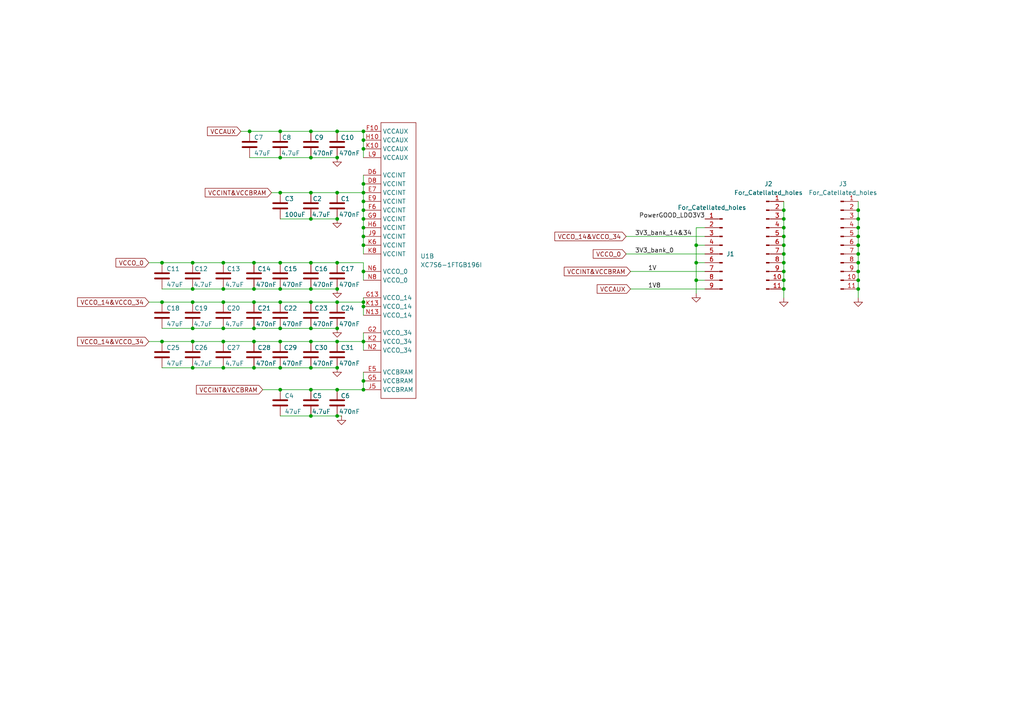
<source format=kicad_sch>
(kicad_sch (version 20250114) (generator "eeschema") (generator_version "9.0")
  (paper "A4")
  (lib_symbols
    (symbol "0_lib:XC7S6-1FTGB196I"
      (property "Reference" "U" (at 0 13.208 0))
      (symbol "XC7S6-1FTGB196I_1_1"
        (rectangle (start -6.35 12.7) (end 6.35 -111.76))
        (pin input line (at -11.43 11.43 0) (length 5.08) (name "GND") (number "A1"))
        (pin input line (at -11.43 8.89 0) (length 5.08) (name "GND") (number "A9"))
        (pin input line (at -11.43 6.35 0) (length 5.08) (name "GND") (number "A11"))
        (pin input line (at -11.43 3.81 0) (length 5.08) (name "GND") (number "A14"))
        (pin input line (at -11.43 1.27 0) (length 5.08) (name "GND") (number "B4"))
        (pin input line (at -11.43 -1.27 0) (length 5.08) (name "GND") (number "B7"))
        (pin input line (at -11.43 -3.81 0) (length 5.08) (name "GND") (number "B9"))
        (pin input line (at -11.43 -6.35 0) (length 5.08) (name "GND") (number "C2"))
        (pin input line (at -11.43 -8.89 0) (length 5.08) (name "GND") (number "C6"))
        (pin input line (at -11.43 -11.43 0) (length 5.08) (name "GND") (number "C7"))
        (pin input line (at -11.43 -13.97 0) (length 5.08) (name "GND") (number "C8"))
        (pin input line (at -11.43 -16.51 0) (length 5.08) (name "GND") (number "C9"))
        (pin input line (at -11.43 -19.05 0) (length 5.08) (name "GND") (number "C13"))
        (pin input line (at -11.43 -21.59 0) (length 5.08) (name "GND") (number "D5"))
        (pin input line (at -11.43 -24.13 0) (length 5.08) (name "GND") (number "D7"))
        (pin input line (at -11.43 -26.67 0) (length 5.08) (name "GND") (number "D9"))
        (pin input line (at -11.43 -29.21 0) (length 5.08) (name "GND") (number "D11"))
        (pin input line (at -11.43 -31.75 0) (length 5.08) (name "GND") (number "E1"))
        (pin input line (at -11.43 -34.29 0) (length 5.08) (name "GND") (number "E3"))
        (pin input line (at -11.43 -36.83 0) (length 5.08) (name "GND") (number "E6"))
        (pin input line (at -11.43 -39.37 0) (length 5.08) (name "GND") (number "E8"))
        (pin input line (at -11.43 -41.91 0) (length 5.08) (name "GND") (number "E10"))
        (pin input line (at -11.43 -44.45 0) (length 5.08) (name "GND") (number "E14"))
        (pin input line (at -11.43 -46.99 0) (length 5.08) (name "GND") (number "F5"))
        (pin input line (at -11.43 -49.53 0) (length 5.08) (name "GND") (number "F9"))
        (pin input line (at -11.43 -52.07 0) (length 5.08) (name "GND") (number "G3"))
        (pin input line (at -11.43 -54.61 0) (length 5.08) (name "GND") (number "G6"))
        (pin input line (at -11.43 -57.15 0) (length 5.08) (name "GND") (number "G10"))
        (pin input line (at -11.43 -59.69 0) (length 5.08) (name "GND") (number "G12"))
        (pin input line (at -11.43 -62.23 0) (length 5.08) (name "GND") (number "H5"))
        (pin input line (at -11.43 -64.77 0) (length 5.08) (name "GND") (number "H9"))
        (pin input line (at -11.43 -67.31 0) (length 5.08) (name "GND") (number "J6"))
        (pin input line (at -11.43 -69.85 0) (length 5.08) (name "GND") (number "J10"))
        (pin input line (at -11.43 -72.39 0) (length 5.08) (name "GND") (number "K1"))
        (pin input line (at -11.43 -74.93 0) (length 5.08) (name "GND") (number "K5"))
        (pin input line (at -11.43 -77.47 0) (length 5.08) (name "GND") (number "K7"))
        (pin input line (at -11.43 -80.01 0) (length 5.08) (name "GND") (number "K9"))
        (pin input line (at -11.43 -82.55 0) (length 5.08) (name "GND") (number "K14"))
        (pin input line (at -11.43 -85.09 0) (length 5.08) (name "GND") (number "L4"))
        (pin input line (at -11.43 -87.63 0) (length 5.08) (name "GND") (number "L6"))
        (pin input line (at -11.43 -90.17 0) (length 5.08) (name "GND") (number "L8"))
        (pin input line (at -11.43 -92.71 0) (length 5.08) (name "GND") (number "L10"))
        (pin input line (at -11.43 -95.25 0) (length 5.08) (name "GND") (number "L11"))
        (pin input line (at -11.43 -97.79 0) (length 5.08) (name "GND") (number "N3"))
        (pin input line (at -11.43 -100.33 0) (length 5.08) (name "GND") (number "N5"))
        (pin input line (at -11.43 -102.87 0) (length 5.08) (name "GND") (number "N9"))
        (pin input line (at -11.43 -105.41 0) (length 5.08) (name "GND") (number "N12"))
        (pin input line (at -11.43 -107.95 0) (length 5.08) (name "GND") (number "P1"))
        (pin input line (at -11.43 -110.49 0) (length 5.08) (name "GND") (number "P14"))
      )
      (symbol "XC7S6-1FTGB196I_2_1"
        (rectangle (start -5.08 13.97) (end 5.08 -66.04))
        (pin input line (at -10.16 11.43 0) (length 5.08) (name "VCCAUX") (number "F10"))
        (pin input line (at -10.16 8.89 0) (length 5.08) (name "VCCAUX") (number "H10"))
        (pin input line (at -10.16 6.35 0) (length 5.08) (name "VCCAUX") (number "K10"))
        (pin input line (at -10.16 3.81 0) (length 5.08) (name "VCCAUX") (number "L9"))
        (pin input line (at -10.16 -1.27 0) (length 5.08) (name "VCCINT") (number "D6"))
        (pin input line (at -10.16 -3.81 0) (length 5.08) (name "VCCINT") (number "D8"))
        (pin input line (at -10.16 -6.35 0) (length 5.08) (name "VCCINT") (number "E7"))
        (pin input line (at -10.16 -8.89 0) (length 5.08) (name "VCCINT") (number "E9"))
        (pin input line (at -10.16 -11.43 0) (length 5.08) (name "VCCINT") (number "F6"))
        (pin input line (at -10.16 -13.97 0) (length 5.08) (name "VCCINT") (number "G9"))
        (pin input line (at -10.16 -16.51 0) (length 5.08) (name "VCCINT") (number "H6"))
        (pin input line (at -10.16 -19.05 0) (length 5.08) (name "VCCINT") (number "J9"))
        (pin input line (at -10.16 -21.59 0) (length 5.08) (name "VCCINT") (number "K6"))
        (pin input line (at -10.16 -24.13 0) (length 5.08) (name "VCCINT") (number "K8"))
        (pin input line (at -10.16 -29.21 0) (length 5.08) (name "VCCO_0") (number "N6"))
        (pin input line (at -10.16 -31.75 0) (length 5.08) (name "VCCO_0") (number "N8"))
        (pin input line (at -10.16 -36.83 0) (length 5.08) (name "VCCO_14") (number "G13"))
        (pin input line (at -10.16 -39.37 0) (length 5.08) (name "VCCO_14") (number "K13"))
        (pin input line (at -10.16 -41.91 0) (length 5.08) (name "VCCO_14") (number "N13"))
        (pin input line (at -10.16 -46.99 0) (length 5.08) (name "VCCO_34") (number "G2"))
        (pin input line (at -10.16 -49.53 0) (length 5.08) (name "VCCO_34") (number "K2"))
        (pin input line (at -10.16 -52.07 0) (length 5.08) (name "VCCO_34") (number "N2"))
        (pin input line (at -10.16 -58.42 0) (length 5.08) (name "VCCBRAM") (number "E5"))
        (pin input line (at -10.16 -60.96 0) (length 5.08) (name "VCCBRAM") (number "G5"))
        (pin input line (at -10.16 -63.5 0) (length 5.08) (name "VCCBRAM") (number "J5"))
      )
      (symbol "XC7S6-1FTGB196I_3_1"
        (rectangle (start -10.16 10.16) (end 10.16 -34.29))
        (text "BANK_0" (at -6.858 11.176 0) (effects (font (size 1.27 1.27))))
        (pin input line (at -15.24 7.62 0) (length 5.08) (name "DONE_0") (number "P9"))
        (pin input line (at -15.24 5.08 0) (length 5.08) (name "TCK_0") (number "A7"))
        (pin input line (at -15.24 2.54 0) (length 5.08) (name "CCLK_0") (number "A8"))
        (pin input line (at -15.24 -1.27 0) (length 5.08) (name "M0_0") (number "M7"))
        (pin input line (at -15.24 -3.81 0) (length 5.08) (name "M1_0") (number "M8"))
        (pin input line (at -15.24 -6.35 0) (length 5.08) (name "M2_0") (number "M9"))
        (pin input line (at -15.24 -10.16 0) (length 5.08) (name "INIT_B_0") (number "P8"))
        (pin input line (at -15.24 -12.7 0) (length 5.08) (name "TDI_0") (number "P7"))
        (pin input line (at -15.24 -15.24 0) (length 5.08) (name "TDO_0") (number "P6"))
        (pin input line (at -15.24 -17.78 0) (length 5.08) (name "CFGBVS_0") (number "N7"))
        (pin input line (at -15.24 -20.32 0) (length 5.08) (name "PROGRAM_B_0") (number "L7"))
        (pin input line (at -15.24 -22.86 0) (length 5.08) (name "TMS_0") (number "M6"))
        (pin input line (at -15.24 -27.94 0) (length 5.08) (name "DXP_0") (number "J8"))
        (pin input line (at -15.24 -30.48 0) (length 5.08) (name "DXN_0") (number "J7"))
      )
      (symbol "XC7S6-1FTGB196I_4_1"
        (rectangle (start -16.51 10.16) (end 16.51 -119.38))
        (text "BANK_14" (at -12.446 11.176 0) (effects (font (size 1.27 1.27))))
        (pin input line (at -21.59 7.62 0) (length 5.08) (name "IO_0_14") (number "E11"))
        (pin input line (at -21.59 5.08 0) (length 5.08) (name "IO_L1P_T0_D00_MOSI_14") (number "B11"))
        (pin input line (at -21.59 2.54 0) (length 5.08) (name "IO_L1N_T0_D01_DIN_14") (number "B12"))
        (pin input line (at -21.59 0 0) (length 5.08) (name "IO_L2P_T0_D02_14") (number "D10"))
        (pin input line (at -21.59 -2.54 0) (length 5.08) (name "IO_L2N_T0_D03_14") (number "C10"))
        (pin input line (at -21.59 -5.08 0) (length 5.08) (name "IO_L3P_T0_DQS_PUDC_B_14") (number "B10"))
        (pin input line (at -21.59 -7.62 0) (length 5.08) (name "IO_L3N_T0_DQS_EMCCLK_14") (number "A10"))
        (pin input line (at -21.59 -10.16 0) (length 5.08) (name "IO_L4P_T0_D04_14") (number "A12"))
        (pin input line (at -21.59 -12.7 0) (length 5.08) (name "IO_L4N_T0_D05_14") (number "A13"))
        (pin input line (at -21.59 -15.24 0) (length 5.08) (name "IO_L5P_T0_D06_14") (number "B13"))
        (pin input line (at -21.59 -17.78 0) (length 5.08) (name "IO_L5N_T0_D07_14") (number "B14"))
        (pin input line (at -21.59 -20.32 0) (length 5.08) (name "IO_L6P_T0_FCS_B_14") (number "C11"))
        (pin input line (at -21.59 -22.86 0) (length 5.08) (name "IO_L6N_T0_D08_VREF_14") (number "C12"))
        (pin input line (at -21.59 -25.4 0) (length 5.08) (name "IO_L7P_T1_D09_14") (number "F12"))
        (pin input line (at -21.59 -27.94 0) (length 5.08) (name "IO_L7N_T1_D10_14") (number "E12"))
        (pin input line (at -21.59 -30.48 0) (length 5.08) (name "IO_L8P_T1_D11_14") (number "D12"))
        (pin input line (at -21.59 -33.02 0) (length 5.08) (name "IO_L8N_T1_D12_14") (number "D13"))
        (pin input line (at -21.59 -35.56 0) (length 5.08) (name "IO_L9P_T1_DQS_14") (number "G14"))
        (pin input line (at -21.59 -38.1 0) (length 5.08) (name "IO_L9N_T1_DQS_D13_14") (number "F14"))
        (pin input line (at -21.59 -40.64 0) (length 5.08) (name "IO_L10P_T1_D14_14") (number "F13"))
        (pin input line (at -21.59 -43.18 0) (length 5.08) (name "IO_L10N_T1_D15_14") (number "E13"))
        (pin input line (at -21.59 -45.72 0) (length 5.08) (name "IO_L11P_T1_SRCC_14") (number "D14"))
        (pin input line (at -21.59 -48.26 0) (length 5.08) (name "IO_L11N_T1_SRCC_14") (number "C14"))
        (pin input line (at -21.59 -50.8 0) (length 5.08) (name "IO_L12P_T1_MRCC_14") (number "G11"))
        (pin input line (at -21.59 -53.34 0) (length 5.08) (name "IO_L12N_T1_MRCC_14") (number "F11"))
        (pin input line (at -21.59 -55.88 0) (length 5.08) (name "IO_L13P_T2_MRCC_14") (number "H11"))
        (pin input line (at -21.59 -58.42 0) (length 5.08) (name "IO_L13N_T2_MRCC_14") (number "H12"))
        (pin input line (at -21.59 -60.96 0) (length 5.08) (name "IO_L14P_T2_SRCC_14") (number "H13"))
        (pin input line (at -21.59 -63.5 0) (length 5.08) (name "IO_L14N_T2_SRCC_14") (number "H14"))
        (pin input line (at -21.59 -66.04 0) (length 5.08) (name "IO_L15P_T2_DQS_RDWR_B_14") (number "M13"))
        (pin input line (at -21.59 -68.58 0) (length 5.08) (name "IO_L15N_T2_DQS_DOUT_CSO_B_14") (number "L14"))
        (pin input line (at -21.59 -71.12 0) (length 5.08) (name "IO_L16P_T2_CSI_B_14") (number "L12"))
        (pin input line (at -21.59 -73.66 0) (length 5.08) (name "IO_L16N_T2_D31_14") (number "L13"))
        (pin input line (at -21.59 -76.2 0) (length 5.08) (name "IO_L17P_T2_D30_14") (number "J11"))
        (pin input line (at -21.59 -78.74 0) (length 5.08) (name "IO_L17N_T2_D29_14") (number "J12"))
        (pin input line (at -21.59 -81.28 0) (length 5.08) (name "IO_L18P_T2_D28_14") (number "J13"))
        (pin input line (at -21.59 -83.82 0) (length 5.08) (name "IO_L18N_T2_D27_14") (number "J14"))
        (pin input line (at -21.59 -86.36 0) (length 5.08) (name "IO_L19P_T3_D26_14") (number "K11"))
        (pin input line (at -21.59 -88.9 0) (length 5.08) (name "IO_L19N_T3_D25_VREF_14") (number "K12"))
        (pin input line (at -21.59 -91.44 0) (length 5.08) (name "IO_L20P_T3_D24_14") (number "M11"))
        (pin input line (at -21.59 -93.98 0) (length 5.08) (name "IO_L20N_T3_D23_14") (number "M12"))
        (pin input line (at -21.59 -96.52 0) (length 5.08) (name "IO_L21P_T3_DQS_14") (number "N14"))
        (pin input line (at -21.59 -99.06 0) (length 5.08) (name "IO_L21N_T3_DQS_D22_14") (number "M14"))
        (pin input line (at -21.59 -101.6 0) (length 5.08) (name "IO_L22P_T3_D21_14") (number "P12"))
        (pin input line (at -21.59 -104.14 0) (length 5.08) (name "IO_L22N_T3_D20_14") (number "P13"))
        (pin input line (at -21.59 -106.68 0) (length 5.08) (name "IO_L23P_T3_D19_14") (number "N10"))
        (pin input line (at -21.59 -109.22 0) (length 5.08) (name "IO_L23N_T3_D18_14") (number "N11"))
        (pin input line (at -21.59 -111.76 0) (length 5.08) (name "IO_L24P_T3_D17_14") (number "P10"))
        (pin input line (at -21.59 -114.3 0) (length 5.08) (name "IO_L24N_T3_D16_14") (number "P11"))
        (pin input line (at -21.59 -116.84 0) (length 5.08) (name "IO_25_14") (number "M10"))
      )
      (symbol "XC7S6-1FTGB196I_5_1"
        (rectangle (start -15.24 8.89) (end 17.78 -120.65))
        (text "BANK_34" (at -11.176 9.906 0) (effects (font (size 1.27 1.27))))
        (pin input line (at -20.32 6.35 0) (length 5.08) (name "IO_0_34") (number "B6"))
        (pin input line (at -20.32 3.81 0) (length 5.08) (name "IO_L1P_T0_34") (number "D3"))
        (pin input line (at -20.32 1.27 0) (length 5.08) (name "IO_L1N_T0_34") (number "C3"))
        (pin input line (at -20.32 -1.27 0) (length 5.08) (name "IO_L2P_T0_34") (number "A4"))
        (pin input line (at -20.32 -3.81 0) (length 5.08) (name "IO_L2N_T0_34") (number "A3"))
        (pin input line (at -20.32 -6.35 0) (length 5.08) (name "IO_L3P_T0_DQS_34") (number "B3"))
        (pin input line (at -20.32 -8.89 0) (length 5.08) (name "IO_L3N_T0_DQS_34") (number "A2"))
        (pin input line (at -20.32 -11.43 0) (length 5.08) (name "IO_L4P_T0_34") (number "B5"))
        (pin input line (at -20.32 -13.97 0) (length 5.08) (name "IO_L4N_T0_34") (number "A5"))
        (pin input line (at -20.32 -16.51 0) (length 5.08) (name "IO_L5P_T0_34") (number "B2"))
        (pin input line (at -20.32 -19.05 0) (length 5.08) (name "IO_L5N_T0_34") (number "B1"))
        (pin input line (at -20.32 -21.59 0) (length 5.08) (name "IO_L6P_T0_34") (number "C5"))
        (pin input line (at -20.32 -24.13 0) (length 5.08) (name "IO_L6N_T0_VREF_34") (number "C4"))
        (pin input line (at -20.32 -26.67 0) (length 5.08) (name "IO_L7P_T1_34") (number "E4"))
        (pin input line (at -20.32 -29.21 0) (length 5.08) (name "IO_L7N_T1_34") (number "D4"))
        (pin input line (at -20.32 -31.75 0) (length 5.08) (name "IO_L8P_T1_34") (number "F3"))
        (pin input line (at -20.32 -34.29 0) (length 5.08) (name "IO_L8N_T1_34") (number "F2"))
        (pin input line (at -20.32 -36.83 0) (length 5.08) (name "IO_L9P_T1_DQS_34") (number "G1"))
        (pin input line (at -20.32 -39.37 0) (length 5.08) (name "IO_L9N_T1_DQS_34") (number "F1"))
        (pin input line (at -20.32 -41.91 0) (length 5.08) (name "IO_L10P_T1_34") (number "E2"))
        (pin input line (at -20.32 -44.45 0) (length 5.08) (name "IO_L10N_T1_34") (number "D2"))
        (pin input line (at -20.32 -46.99 0) (length 5.08) (name "IO_L11P_T1_SRCC_34") (number "D1"))
        (pin input line (at -20.32 -49.53 0) (length 5.08) (name "IO_L11N_T1_SRCC_34") (number "C1"))
        (pin input line (at -20.32 -52.07 0) (length 5.08) (name "IO_L12P_T1_MRCC_34") (number "G4"))
        (pin input line (at -20.32 -54.61 0) (length 5.08) (name "IO_L12N_T1_MRCC_34") (number "F4"))
        (pin input line (at -20.32 -57.15 0) (length 5.08) (name "IO_L13P_T2_MRCC_34") (number "H4"))
        (pin input line (at -20.32 -59.69 0) (length 5.08) (name "IO_L13N_T2_MRCC_34") (number "H3"))
        (pin input line (at -20.32 -62.23 0) (length 5.08) (name "IO_L14P_T2_SRCC_34") (number "H2"))
        (pin input line (at -20.32 -64.77 0) (length 5.08) (name "IO_L14N_T2_SRCC_34") (number "H1"))
        (pin input line (at -20.32 -67.31 0) (length 5.08) (name "IO_L15P_T2_DQS_34") (number "J2"))
        (pin input line (at -20.32 -69.85 0) (length 5.08) (name "IO_L15N_T2_DQS_34") (number "J1"))
        (pin input line (at -20.32 -72.39 0) (length 5.08) (name "IO_L16P_T2_34") (number "K4"))
        (pin input line (at -20.32 -74.93 0) (length 5.08) (name "IO_L16N_T2_34") (number "K3"))
        (pin input line (at -20.32 -77.47 0) (length 5.08) (name "IO_L17P_T2_34") (number "J4"))
        (pin input line (at -20.32 -80.01 0) (length 5.08) (name "IO_L17N_T2_34") (number "J3"))
        (pin input line (at -20.32 -82.55 0) (length 5.08) (name "IO_L18P_T2_34") (number "M1"))
        (pin input line (at -20.32 -85.09 0) (length 5.08) (name "IO_L18N_T2_34") (number "L1"))
        (pin input line (at -20.32 -87.63 0) (length 5.08) (name "IO_L19P_T3_34") (number "M3"))
        (pin input line (at -20.32 -90.17 0) (length 5.08) (name "IO_L19N_T3_VREF_34") (number "M2"))
        (pin input line (at -20.32 -92.71 0) (length 5.08) (name "IO_L20P_T3_34") (number "P2"))
        (pin input line (at -20.32 -95.25 0) (length 5.08) (name "IO_L20N_T3_34") (number "N1"))
        (pin input line (at -20.32 -97.79 0) (length 5.08) (name "IO_L21P_T3_DQS_34") (number "P4"))
        (pin input line (at -20.32 -100.33 0) (length 5.08) (name "IO_L21N_T3_DQS_34") (number "P3"))
        (pin input line (at -20.32 -102.87 0) (length 5.08) (name "IO_L22P_T3_34") (number "L3"))
        (pin input line (at -20.32 -105.41 0) (length 5.08) (name "IO_L22N_T3_34") (number "L2"))
        (pin input line (at -20.32 -107.95 0) (length 5.08) (name "IO_L23P_T3_34") (number "M5"))
        (pin input line (at -20.32 -110.49 0) (length 5.08) (name "IO_L23N_T3_34") (number "M4"))
        (pin input line (at -20.32 -113.03 0) (length 5.08) (name "IO_L24P_T3_34") (number "P5"))
        (pin input line (at -20.32 -115.57 0) (length 5.08) (name "IO_L24N_T3_34") (number "N4"))
        (pin input line (at -20.32 -118.11 0) (length 5.08) (name "IO_25_34") (number "L5"))
      )
    )
    (symbol "Connector:Conn_01x09_Pin" (pin_names (offset 1.016) (hide yes))
      (property "Reference" "J" (at 0 12.7 0))
      (property "Value" "Conn_01x09_Pin" (at 0 -12.7 0))
      (symbol "Conn_01x09_Pin_1_1"
        (rectangle (start 0.8636 10.287) (end 0 10.033) (stroke (width 0.1524)) (fill (type outline)))
        (rectangle (start 0.8636 7.747) (end 0 7.493) (stroke (width 0.1524)) (fill (type outline)))
        (rectangle (start 0.8636 5.207) (end 0 4.953) (stroke (width 0.1524)) (fill (type outline)))
        (rectangle (start 0.8636 2.667) (end 0 2.413) (stroke (width 0.1524)) (fill (type outline)))
        (rectangle (start 0.8636 0.127) (end 0 -0.127) (stroke (width 0.1524)) (fill (type outline)))
        (rectangle (start 0.8636 -2.413) (end 0 -2.667) (stroke (width 0.1524)) (fill (type outline)))
        (rectangle (start 0.8636 -4.953) (end 0 -5.207) (stroke (width 0.1524)) (fill (type outline)))
        (rectangle (start 0.8636 -7.493) (end 0 -7.747) (stroke (width 0.1524)) (fill (type outline)))
        (rectangle (start 0.8636 -10.033) (end 0 -10.287) (stroke (width 0.1524)) (fill (type outline)))
        (polyline (pts (xy 1.27 10.16) (xy 0.8636 10.16)) (stroke (width 0.1524)))
        (polyline (pts (xy 1.27 7.62) (xy 0.8636 7.62)) (stroke (width 0.1524)))
        (polyline (pts (xy 1.27 5.08) (xy 0.8636 5.08)) (stroke (width 0.1524)))
        (polyline (pts (xy 1.27 2.54) (xy 0.8636 2.54)) (stroke (width 0.1524)))
        (polyline (pts (xy 1.27 0) (xy 0.8636 0)) (stroke (width 0.1524)))
        (polyline (pts (xy 1.27 -2.54) (xy 0.8636 -2.54)) (stroke (width 0.1524)))
        (polyline (pts (xy 1.27 -5.08) (xy 0.8636 -5.08)) (stroke (width 0.1524)))
        (polyline (pts (xy 1.27 -7.62) (xy 0.8636 -7.62)) (stroke (width 0.1524)))
        (polyline (pts (xy 1.27 -10.16) (xy 0.8636 -10.16)) (stroke (width 0.1524)))
        (pin passive line (at 5.08 10.16 180) (length 3.81) (name "Pin_1") (number "1"))
        (pin passive line (at 5.08 7.62 180) (length 3.81) (name "Pin_2") (number "2"))
        (pin passive line (at 5.08 5.08 180) (length 3.81) (name "Pin_3") (number "3"))
        (pin passive line (at 5.08 2.54 180) (length 3.81) (name "Pin_4") (number "4"))
        (pin passive line (at 5.08 0 180) (length 3.81) (name "Pin_5") (number "5"))
        (pin passive line (at 5.08 -2.54 180) (length 3.81) (name "Pin_6") (number "6"))
        (pin passive line (at 5.08 -5.08 180) (length 3.81) (name "Pin_7") (number "7"))
        (pin passive line (at 5.08 -7.62 180) (length 3.81) (name "Pin_8") (number "8"))
        (pin passive line (at 5.08 -10.16 180) (length 3.81) (name "Pin_9") (number "9"))
      )
    )
    (symbol "Connector:Conn_01x11_Pin" (pin_names (offset 1.016) (hide yes))
      (property "Reference" "J" (at 0 15.24 0))
      (property "Value" "Conn_01x11_Pin" (at 0 -15.24 0))
      (symbol "Conn_01x11_Pin_1_1"
        (rectangle (start 0.8636 12.827) (end 0 12.573) (stroke (width 0.1524)) (fill (type outline)))
        (rectangle (start 0.8636 10.287) (end 0 10.033) (stroke (width 0.1524)) (fill (type outline)))
        (rectangle (start 0.8636 7.747) (end 0 7.493) (stroke (width 0.1524)) (fill (type outline)))
        (rectangle (start 0.8636 5.207) (end 0 4.953) (stroke (width 0.1524)) (fill (type outline)))
        (rectangle (start 0.8636 2.667) (end 0 2.413) (stroke (width 0.1524)) (fill (type outline)))
        (rectangle (start 0.8636 0.127) (end 0 -0.127) (stroke (width 0.1524)) (fill (type outline)))
        (rectangle (start 0.8636 -2.413) (end 0 -2.667) (stroke (width 0.1524)) (fill (type outline)))
        (rectangle (start 0.8636 -4.953) (end 0 -5.207) (stroke (width 0.1524)) (fill (type outline)))
        (rectangle (start 0.8636 -7.493) (end 0 -7.747) (stroke (width 0.1524)) (fill (type outline)))
        (rectangle (start 0.8636 -10.033) (end 0 -10.287) (stroke (width 0.1524)) (fill (type outline)))
        (rectangle (start 0.8636 -12.573) (end 0 -12.827) (stroke (width 0.1524)) (fill (type outline)))
        (polyline (pts (xy 1.27 12.7) (xy 0.8636 12.7)) (stroke (width 0.1524)))
        (polyline (pts (xy 1.27 10.16) (xy 0.8636 10.16)) (stroke (width 0.1524)))
        (polyline (pts (xy 1.27 7.62) (xy 0.8636 7.62)) (stroke (width 0.1524)))
        (polyline (pts (xy 1.27 5.08) (xy 0.8636 5.08)) (stroke (width 0.1524)))
        (polyline (pts (xy 1.27 2.54) (xy 0.8636 2.54)) (stroke (width 0.1524)))
        (polyline (pts (xy 1.27 0) (xy 0.8636 0)) (stroke (width 0.1524)))
        (polyline (pts (xy 1.27 -2.54) (xy 0.8636 -2.54)) (stroke (width 0.1524)))
        (polyline (pts (xy 1.27 -5.08) (xy 0.8636 -5.08)) (stroke (width 0.1524)))
        (polyline (pts (xy 1.27 -7.62) (xy 0.8636 -7.62)) (stroke (width 0.1524)))
        (polyline (pts (xy 1.27 -10.16) (xy 0.8636 -10.16)) (stroke (width 0.1524)))
        (polyline (pts (xy 1.27 -12.7) (xy 0.8636 -12.7)) (stroke (width 0.1524)))
        (pin passive line (at 5.08 12.7 180) (length 3.81) (name "Pin_1") (number "1"))
        (pin passive line (at 5.08 10.16 180) (length 3.81) (name "Pin_2") (number "2"))
        (pin passive line (at 5.08 7.62 180) (length 3.81) (name "Pin_3") (number "3"))
        (pin passive line (at 5.08 5.08 180) (length 3.81) (name "Pin_4") (number "4"))
        (pin passive line (at 5.08 2.54 180) (length 3.81) (name "Pin_5") (number "5"))
        (pin passive line (at 5.08 0 180) (length 3.81) (name "Pin_6") (number "6"))
        (pin passive line (at 5.08 -2.54 180) (length 3.81) (name "Pin_7") (number "7"))
        (pin passive line (at 5.08 -5.08 180) (length 3.81) (name "Pin_8") (number "8"))
        (pin passive line (at 5.08 -7.62 180) (length 3.81) (name "Pin_9") (number "9"))
        (pin passive line (at 5.08 -10.16 180) (length 3.81) (name "Pin_10") (number "10"))
        (pin passive line (at 5.08 -12.7 180) (length 3.81) (name "Pin_11") (number "11"))
      )
    )
    (symbol "Device:C" (pin_numbers (hide yes)) (pin_names (offset 0.254))
      (property "Reference" "C" (at 0.635 2.54 0))
      (property "Value" "C" (at 0.635 -2.54 0))
      (symbol "C_0_1"
        (polyline (pts (xy -2.032 0.762) (xy 2.032 0.762)) (stroke (width 0.508)))
        (polyline (pts (xy -2.032 -0.762) (xy 2.032 -0.762)) (stroke (width 0.508)))
      )
      (symbol "C_1_1"
        (pin passive line (at 0 3.81 270) (length 2.794) (name "~") (number "1"))
        (pin passive line (at 0 -3.81 90) (length 2.794) (name "~") (number "2"))
      )
    )
    (symbol "power:GND" (power) (pin_numbers (hide yes)) (pin_names (offset 0) (hide yes))
      (property "Value" "GND" (at 0 -3.81 0))
      (symbol "GND_0_1"
        (polyline (pts (xy 0 0) (xy 0 -1.27) (xy 1.27 -1.27) (xy 0 -2.54) (xy -1.27 -1.27) (xy 0 -1.27)))
      )
      (symbol "GND_1_1"
        (pin power_in line (at 0 0 270) (length 0) (name "~") (number "1"))
      )
    )
  )
  (junction (at 105.41 55.88))
  (junction (at 248.92 66.04))
  (junction (at 90.17 55.88))
  (junction (at 81.28 45.72))
  (junction (at 90.17 83.82))
  (junction (at 201.93 76.2))
  (junction (at 227.33 71.12))
  (junction (at 90.17 113.03))
  (junction (at 90.17 95.25))
  (junction (at 55.88 106.68))
  (junction (at 105.41 99.06))
  (junction (at 55.88 76.2))
  (junction (at 105.41 63.5))
  (junction (at 81.28 87.63))
  (junction (at 227.33 60.96))
  (junction (at 46.99 99.06))
  (junction (at 64.77 99.06))
  (junction (at 227.33 63.5))
  (junction (at 81.28 106.68))
  (junction (at 81.28 38.1))
  (junction (at 72.39 38.1))
  (junction (at 201.93 71.12))
  (junction (at 64.77 83.82))
  (junction (at 64.77 106.68))
  (junction (at 55.88 99.06))
  (junction (at 105.41 58.42))
  (junction (at 90.17 120.65))
  (junction (at 73.66 83.82))
  (junction (at 90.17 76.2))
  (junction (at 64.77 95.25))
  (junction (at 97.79 99.06))
  (junction (at 97.79 120.65))
  (junction (at 105.41 113.03))
  (junction (at 55.88 83.82))
  (junction (at 201.93 81.28))
  (junction (at 248.92 83.82))
  (junction (at 81.28 55.88))
  (junction (at 248.92 76.2))
  (junction (at 105.41 78.74))
  (junction (at 105.41 60.96))
  (junction (at 227.33 68.58))
  (junction (at 46.99 87.63))
  (junction (at 81.28 95.25))
  (junction (at 81.28 99.06))
  (junction (at 248.92 68.58))
  (junction (at 97.79 55.88))
  (junction (at 73.66 106.68))
  (junction (at 81.28 83.82))
  (junction (at 81.28 76.2))
  (junction (at 90.17 38.1))
  (junction (at 248.92 71.12))
  (junction (at 105.41 71.12))
  (junction (at 248.92 81.28))
  (junction (at 73.66 76.2))
  (junction (at 227.33 78.74))
  (junction (at 105.41 88.9))
  (junction (at 105.41 66.04))
  (junction (at 55.88 95.25))
  (junction (at 97.79 45.72))
  (junction (at 105.41 53.34))
  (junction (at 105.41 87.63))
  (junction (at 97.79 63.5))
  (junction (at 248.92 78.74))
  (junction (at 227.33 76.2))
  (junction (at 90.17 45.72))
  (junction (at 90.17 87.63))
  (junction (at 105.41 43.18))
  (junction (at 55.88 87.63))
  (junction (at 227.33 83.82))
  (junction (at 90.17 99.06))
  (junction (at 73.66 95.25))
  (junction (at 248.92 73.66))
  (junction (at 90.17 63.5))
  (junction (at 97.79 95.25))
  (junction (at 97.79 76.2))
  (junction (at 81.28 113.03))
  (junction (at 105.41 38.1))
  (junction (at 64.77 87.63))
  (junction (at 105.41 40.64))
  (junction (at 46.99 76.2))
  (junction (at 227.33 73.66))
  (junction (at 97.79 38.1))
  (junction (at 97.79 106.68))
  (junction (at 73.66 87.63))
  (junction (at 97.79 87.63))
  (junction (at 227.33 66.04))
  (junction (at 227.33 81.28))
  (junction (at 97.79 83.82))
  (junction (at 248.92 60.96))
  (junction (at 73.66 99.06))
  (junction (at 105.41 110.49))
  (junction (at 97.79 113.03))
  (junction (at 248.92 63.5))
  (junction (at 105.41 68.58))
  (junction (at 90.17 106.68))
  (junction (at 64.77 76.2))
  (wire (pts (xy 90.17 87.63) (xy 97.79 87.63)))
  (wire (pts (xy 43.18 76.2) (xy 46.99 76.2)))
  (wire (pts (xy 55.88 99.06) (xy 64.77 99.06)))
  (wire (pts (xy 105.41 43.18) (xy 105.41 45.72)))
  (wire (pts (xy 73.66 106.68) (xy 81.28 106.68)))
  (wire (pts (xy 90.17 106.68) (xy 97.79 106.68)))
  (wire (pts (xy 182.88 78.74) (xy 204.47 78.74)))
  (wire (pts (xy 97.79 55.88) (xy 105.41 55.88)))
  (wire (pts (xy 97.79 87.63) (xy 105.41 87.63)))
  (wire (pts (xy 90.17 83.82) (xy 97.79 83.82)))
  (wire (pts (xy 69.85 38.1) (xy 72.39 38.1)))
  (wire (pts (xy 97.79 99.06) (xy 105.41 99.06)))
  (wire (pts (xy 201.93 71.12) (xy 204.47 71.12)))
  (wire (pts (xy 201.93 81.28) (xy 204.47 81.28)))
  (wire (pts (xy 90.17 120.65) (xy 97.79 120.65)))
  (wire (pts (xy 90.17 38.1) (xy 97.79 38.1)))
  (wire (pts (xy 90.17 113.03) (xy 97.79 113.03)))
  (wire (pts (xy 73.66 87.63) (xy 81.28 87.63)))
  (wire (pts (xy 81.28 87.63) (xy 90.17 87.63)))
  (wire (pts (xy 73.66 83.82) (xy 81.28 83.82)))
  (wire (pts (xy 105.41 78.74) (xy 105.41 81.28)))
  (wire (pts (xy 105.41 50.8) (xy 105.41 53.34)))
  (wire (pts (xy 46.99 99.06) (xy 55.88 99.06)))
  (wire (pts (xy 90.17 95.25) (xy 97.79 95.25)))
  (wire (pts (xy 105.41 66.04) (xy 105.41 68.58)))
  (wire (pts (xy 201.93 76.2) (xy 201.93 81.28)))
  (wire (pts (xy 97.79 76.2) (xy 105.41 76.2)))
  (wire (pts (xy 181.61 73.66) (xy 204.47 73.66)))
  (wire (pts (xy 201.93 76.2) (xy 204.47 76.2)))
  (wire (pts (xy 248.92 60.96) (xy 248.92 63.5)))
  (wire (pts (xy 64.77 83.82) (xy 73.66 83.82)))
  (wire (pts (xy 46.99 87.63) (xy 55.88 87.63)))
  (wire (pts (xy 248.92 71.12) (xy 248.92 73.66)))
  (wire (pts (xy 64.77 95.25) (xy 73.66 95.25)))
  (wire (pts (xy 248.92 58.42) (xy 248.92 60.96)))
  (wire (pts (xy 81.28 120.65) (xy 90.17 120.65)))
  (wire (pts (xy 72.39 38.1) (xy 81.28 38.1)))
  (wire (pts (xy 97.79 120.65) (xy 99.06 120.65)))
  (wire (pts (xy 97.79 38.1) (xy 105.41 38.1)))
  (wire (pts (xy 55.88 106.68) (xy 64.77 106.68)))
  (wire (pts (xy 81.28 45.72) (xy 90.17 45.72)))
  (wire (pts (xy 81.28 55.88) (xy 90.17 55.88)))
  (wire (pts (xy 105.41 110.49) (xy 105.41 113.03)))
  (wire (pts (xy 55.88 87.63) (xy 64.77 87.63)))
  (wire (pts (xy 64.77 76.2) (xy 73.66 76.2)))
  (wire (pts (xy 248.92 66.04) (xy 248.92 68.58)))
  (wire (pts (xy 55.88 95.25) (xy 64.77 95.25)))
  (wire (pts (xy 81.28 83.82) (xy 90.17 83.82)))
  (wire (pts (xy 46.99 95.25) (xy 55.88 95.25)))
  (wire (pts (xy 81.28 76.2) (xy 90.17 76.2)))
  (wire (pts (xy 201.93 71.12) (xy 201.93 76.2)))
  (wire (pts (xy 90.17 45.72) (xy 97.79 45.72)))
  (wire (pts (xy 43.18 87.63) (xy 46.99 87.63)))
  (wire (pts (xy 78.74 55.88) (xy 81.28 55.88)))
  (wire (pts (xy 227.33 63.5) (xy 227.33 66.04)))
  (wire (pts (xy 105.41 99.06) (xy 105.41 101.6)))
  (wire (pts (xy 90.17 55.88) (xy 97.79 55.88)))
  (wire (pts (xy 227.33 60.96) (xy 227.33 63.5)))
  (wire (pts (xy 105.41 60.96) (xy 105.41 63.5)))
  (wire (pts (xy 81.28 106.68) (xy 90.17 106.68)))
  (wire (pts (xy 76.2 113.03) (xy 81.28 113.03)))
  (wire (pts (xy 81.28 63.5) (xy 90.17 63.5)))
  (wire (pts (xy 248.92 78.74) (xy 248.92 81.28)))
  (wire (pts (xy 227.33 73.66) (xy 227.33 76.2)))
  (wire (pts (xy 46.99 106.68) (xy 55.88 106.68)))
  (wire (pts (xy 105.41 96.52) (xy 105.41 99.06)))
  (wire (pts (xy 73.66 95.25) (xy 81.28 95.25)))
  (wire (pts (xy 81.28 38.1) (xy 90.17 38.1)))
  (wire (pts (xy 90.17 76.2) (xy 97.79 76.2)))
  (wire (pts (xy 227.33 66.04) (xy 227.33 68.58)))
  (wire (pts (xy 81.28 113.03) (xy 90.17 113.03)))
  (wire (pts (xy 105.41 40.64) (xy 105.41 43.18)))
  (wire (pts (xy 181.61 68.58) (xy 204.47 68.58)))
  (wire (pts (xy 55.88 83.82) (xy 64.77 83.82)))
  (wire (pts (xy 64.77 87.63) (xy 73.66 87.63)))
  (wire (pts (xy 227.33 81.28) (xy 227.33 83.82)))
  (wire (pts (xy 248.92 63.5) (xy 248.92 66.04)))
  (wire (pts (xy 105.41 63.5) (xy 105.41 66.04)))
  (wire (pts (xy 105.41 87.63) (xy 105.41 88.9)))
  (wire (pts (xy 72.39 45.72) (xy 81.28 45.72)))
  (wire (pts (xy 105.41 38.1) (xy 105.41 40.64)))
  (wire (pts (xy 204.47 66.04) (xy 201.93 66.04)))
  (wire (pts (xy 105.41 107.95) (xy 105.41 110.49)))
  (wire (pts (xy 73.66 99.06) (xy 81.28 99.06)))
  (wire (pts (xy 227.33 68.58) (xy 227.33 71.12)))
  (wire (pts (xy 182.88 83.82) (xy 204.47 83.82)))
  (wire (pts (xy 46.99 76.2) (xy 55.88 76.2)))
  (wire (pts (xy 248.92 81.28) (xy 248.92 83.82)))
  (wire (pts (xy 227.33 71.12) (xy 227.33 73.66)))
  (wire (pts (xy 90.17 99.06) (xy 97.79 99.06)))
  (wire (pts (xy 248.92 68.58) (xy 248.92 71.12)))
  (wire (pts (xy 81.28 95.25) (xy 90.17 95.25)))
  (wire (pts (xy 227.33 78.74) (xy 227.33 81.28)))
  (wire (pts (xy 105.41 86.36) (xy 105.41 87.63)))
  (wire (pts (xy 105.41 71.12) (xy 105.41 73.66)))
  (wire (pts (xy 90.17 63.5) (xy 97.79 63.5)))
  (wire (pts (xy 105.41 55.88) (xy 105.41 58.42)))
  (wire (pts (xy 248.92 83.82) (xy 248.92 86.36)))
  (wire (pts (xy 64.77 99.06) (xy 73.66 99.06)))
  (wire (pts (xy 227.33 83.82) (xy 227.33 86.36)))
  (wire (pts (xy 201.93 81.28) (xy 201.93 85.09)))
  (wire (pts (xy 64.77 106.68) (xy 73.66 106.68)))
  (wire (pts (xy 105.41 53.34) (xy 105.41 55.88)))
  (wire (pts (xy 248.92 73.66) (xy 248.92 76.2)))
  (wire (pts (xy 81.28 99.06) (xy 90.17 99.06)))
  (wire (pts (xy 227.33 76.2) (xy 227.33 78.74)))
  (wire (pts (xy 46.99 83.82) (xy 55.88 83.82)))
  (wire (pts (xy 105.41 68.58) (xy 105.41 71.12)))
  (wire (pts (xy 73.66 76.2) (xy 81.28 76.2)))
  (wire (pts (xy 248.92 76.2) (xy 248.92 78.74)))
  (wire (pts (xy 55.88 76.2) (xy 64.77 76.2)))
  (wire (pts (xy 105.41 76.2) (xy 105.41 78.74)))
  (wire (pts (xy 201.93 66.04) (xy 201.93 71.12)))
  (wire (pts (xy 43.18 99.06) (xy 46.99 99.06)))
  (wire (pts (xy 105.41 58.42) (xy 105.41 60.96)))
  (wire (pts (xy 97.79 113.03) (xy 105.41 113.03)))
  (wire (pts (xy 227.33 58.42) (xy 227.33 60.96)))
  (wire (pts (xy 105.41 88.9) (xy 105.41 91.44)))
  (label "3V3_bank_0" (at 184.15 73.66 0))
  (label "PowerGOOD_LDO3V3" (at 204.47 63.5 180))
  (label "3V3_bank_14&34" (at 184.15 68.58 0))
  (label "1V8" (at 187.96 83.82 0))
  (label "1V" (at 187.96 78.74 0))
  (global_label "VCCINT&VCCBRAM" (shape input) (at 76.2 113.03 180) (property "Intersheetrefs" "${INTERSHEET_REFS}" (effects (hide yes))))
  (global_label "VCCAUX" (shape input) (at 69.85 38.1 180) (property "Intersheetrefs" "${INTERSHEET_REFS}" (effects (hide yes))))
  (global_label "VCCAUX" (shape input) (at 182.88 83.82 180) (property "Intersheetrefs" "${INTERSHEET_REFS}" (effects (hide yes))))
  (global_label "VCCINT&VCCBRAM" (shape input) (at 78.74 55.88 180) (property "Intersheetrefs" "${INTERSHEET_REFS}" (effects (hide yes))))
  (global_label "VCCINT&VCCBRAM" (shape input) (at 182.88 78.74 180) (property "Intersheetrefs" "${INTERSHEET_REFS}" (effects (hide yes))))
  (global_label "VCCO_14&VCCO_34" (shape input) (at 181.61 68.58 180) (property "Intersheetrefs" "${INTERSHEET_REFS}" (effects (hide yes))))
  (global_label "VCCO_0" (shape input) (at 181.61 73.66 180) (property "Intersheetrefs" "${INTERSHEET_REFS}" (effects (hide yes))))
  (global_label "VCCO_0" (shape input) (at 43.18 76.2 180) (property "Intersheetrefs" "${INTERSHEET_REFS}" (effects (hide yes))))
  (global_label "VCCO_14&VCCO_34" (shape input) (at 43.18 87.63 180) (property "Intersheetrefs" "${INTERSHEET_REFS}" (effects (hide yes))))
  (global_label "VCCO_14&VCCO_34" (shape input) (at 43.18 99.06 180) (property "Intersheetrefs" "${INTERSHEET_REFS}" (effects (hide yes))))
  (symbol (lib_id "Device:C") (at 97.79 41.91 0) (unit 1)
    (property "Reference" "C10" (at 98.806 39.878 0) (effects (justify left)))
    (property "Value" "470nF" (at 98.298 44.45 0) (effects (justify left)))
    (property "Description" "Unpolarized capacitor" (effects (hide yes)))
  )
  (symbol (lib_id "Device:C") (at 46.99 91.44 0) (unit 1)
    (property "Reference" "C18" (at 48.26 89.408 0) (effects (justify left)))
    (property "Value" "47uF" (at 48.26 93.98 0) (effects (justify left)))
    (property "Description" "Unpolarized capacitor" (effects (hide yes)))
  )
  (symbol (lib_id "Device:C") (at 97.79 80.01 0) (unit 1)
    (property "Reference" "C17" (at 98.806 77.978 0) (effects (justify left)))
    (property "Value" "470nF" (at 98.298 82.55 0) (effects (justify left)))
    (property "Description" "Unpolarized capacitor" (effects (hide yes)))
  )
  (symbol (lib_id "Device:C") (at 97.79 59.69 0) (unit 1)
    (property "Reference" "C1" (at 98.806 57.658 0) (effects (justify left)))
    (property "Value" "470nF" (at 98.298 62.23 0) (effects (justify left)))
    (property "Description" "Unpolarized capacitor" (effects (hide yes)))
  )
  (symbol (lib_id "Device:C") (at 97.79 116.84 0) (unit 1)
    (property "Reference" "C6" (at 98.806 114.808 0) (effects (justify left)))
    (property "Value" "470nF" (at 98.298 119.38 0) (effects (justify left)))
    (property "Description" "Unpolarized capacitor" (effects (hide yes)))
  )
  (symbol (lib_id "Device:C") (at 64.77 91.44 0) (unit 1)
    (property "Reference" "C20" (at 65.786 89.408 0) (effects (justify left)))
    (property "Value" "4.7uF" (at 65.278 93.98 0) (effects (justify left)))
    (property "Description" "Unpolarized capacitor" (effects (hide yes)))
  )
  (symbol (lib_id "Device:C") (at 55.88 91.44 0) (unit 1)
    (property "Reference" "C19" (at 56.388 89.408 0) (effects (justify left)))
    (property "Value" "4.7uF" (at 56.134 93.98 0) (effects (justify left)))
    (property "Description" "Unpolarized capacitor" (effects (hide yes)))
  )
  (symbol (lib_id "Connector:Conn_01x11_Pin") (at 243.84 71.12 0) (unit 1)
    (property "Reference" "J3" (at 244.475 53.34 0))
    (property "Value" "For_Catellated_holes" (at 244.475 55.88 0))
    (property "Footprint" "Connector_PinHeader_2.54mm:PinHeader_1x11_P2.54mm_Vertical" (effects (hide yes)))
    (property "Description" "Generic connector, single row, 01x11, script generated" (effects (hide yes)))
  )
  (symbol (lib_id "Device:C") (at 81.28 80.01 0) (unit 1)
    (property "Reference" "C15" (at 82.296 77.978 0) (effects (justify left)))
    (property "Value" "470nF" (at 81.788 82.55 0) (effects (justify left)))
    (property "Description" "Unpolarized capacitor" (effects (hide yes)))
  )
  (symbol (lib_id "Device:C") (at 55.88 102.87 0) (unit 1)
    (property "Reference" "C26" (at 56.388 100.838 0) (effects (justify left)))
    (property "Value" "4.7uF" (at 56.134 105.41 0) (effects (justify left)))
    (property "Description" "Unpolarized capacitor" (effects (hide yes)))
  )
  (symbol (lib_id "Device:C") (at 81.28 41.91 0) (unit 1)
    (property "Reference" "C8" (at 81.788 39.878 0) (effects (justify left)))
    (property "Value" "4.7uF" (at 81.534 44.45 0) (effects (justify left)))
    (property "Description" "Unpolarized capacitor" (effects (hide yes)))
  )
  (symbol (lib_id "power:GND") (at 97.79 83.82 0) (unit 1)
    (property "Reference" "#PWR012" (effects (hide yes)))
    (property "Value" "GND" (effects (hide yes)))
    (property "Description" "Power symbol creates a global label with name \"GND\" , ground" (effects (hide yes)))
  )
  (symbol (lib_id "Device:C") (at 46.99 102.87 0) (unit 1)
    (property "Reference" "C25" (at 48.26 100.838 0) (effects (justify left)))
    (property "Value" "47uF" (at 48.26 105.41 0) (effects (justify left)))
    (property "Description" "Unpolarized capacitor" (effects (hide yes)))
  )
  (symbol (lib_id "Device:C") (at 81.28 91.44 0) (unit 1)
    (property "Reference" "C22" (at 82.296 89.408 0) (effects (justify left)))
    (property "Value" "470nF" (at 81.788 93.98 0) (effects (justify left)))
    (property "Description" "Unpolarized capacitor" (effects (hide yes)))
  )
  (symbol (lib_id "power:GND") (at 201.93 85.09 0) (unit 1)
    (property "Reference" "#PWR09" (effects (hide yes)))
    (property "Value" "GND" (effects (hide yes)))
    (property "Description" "Power symbol creates a global label with name \"GND\" , ground" (effects (hide yes)))
  )
  (symbol (lib_id "Device:C") (at 90.17 59.69 0) (unit 1)
    (property "Reference" "C2" (at 90.678 57.658 0) (effects (justify left)))
    (property "Value" "4.7uF" (at 90.424 62.23 0) (effects (justify left)))
    (property "Description" "Unpolarized capacitor" (effects (hide yes)))
  )
  (symbol (lib_id "Device:C") (at 55.88 80.01 0) (unit 1)
    (property "Reference" "C12" (at 56.388 77.978 0) (effects (justify left)))
    (property "Value" "4.7uF" (at 56.134 82.55 0) (effects (justify left)))
    (property "Description" "Unpolarized capacitor" (effects (hide yes)))
  )
  (symbol (lib_id "power:GND") (at 97.79 106.68 0) (unit 1)
    (property "Reference" "#PWR08" (effects (hide yes)))
    (property "Value" "GND" (effects (hide yes)))
    (property "Description" "Power symbol creates a global label with name \"GND\" , ground" (effects (hide yes)))
  )
  (symbol (lib_id "Device:C") (at 81.28 102.87 0) (unit 1)
    (property "Reference" "C29" (at 82.296 100.838 0) (effects (justify left)))
    (property "Value" "470nF" (at 81.788 105.41 0) (effects (justify left)))
    (property "Description" "Unpolarized capacitor" (effects (hide yes)))
  )
  (symbol (lib_id "Device:C") (at 72.39 41.91 0) (unit 1)
    (property "Reference" "C7" (at 73.66 39.878 0) (effects (justify left)))
    (property "Value" "47uF" (at 73.66 44.45 0) (effects (justify left)))
    (property "Description" "Unpolarized capacitor" (effects (hide yes)))
  )
  (symbol (lib_id "Device:C") (at 64.77 80.01 0) (unit 1)
    (property "Reference" "C13" (at 65.786 77.978 0) (effects (justify left)))
    (property "Value" "4.7uF" (at 65.278 82.55 0) (effects (justify left)))
    (property "Description" "Unpolarized capacitor" (effects (hide yes)))
  )
  (symbol (lib_id "Device:C") (at 90.17 91.44 0) (unit 1)
    (property "Reference" "C23" (at 91.186 89.408 0) (effects (justify left)))
    (property "Value" "470nF" (at 90.678 93.98 0) (effects (justify left)))
    (property "Description" "Unpolarized capacitor" (effects (hide yes)))
  )
  (symbol (lib_id "power:GND") (at 97.79 95.25 0) (unit 1)
    (property "Reference" "#PWR04" (effects (hide yes)))
    (property "Value" "GND" (effects (hide yes)))
    (property "Description" "Power symbol creates a global label with name \"GND\" , ground" (effects (hide yes)))
  )
  (symbol (lib_id "power:GND") (at 248.92 86.36 0) (unit 1)
    (property "Reference" "#PWR07" (effects (hide yes)))
    (property "Value" "GND" (effects (hide yes)))
    (property "Description" "Power symbol creates a global label with name \"GND\" , ground" (effects (hide yes)))
  )
  (symbol (lib_id "Device:C") (at 90.17 102.87 0) (unit 1)
    (property "Reference" "C30" (at 91.186 100.838 0) (effects (justify left)))
    (property "Value" "470nF" (at 90.678 105.41 0) (effects (justify left)))
    (property "Description" "Unpolarized capacitor" (effects (hide yes)))
  )
  (symbol (lib_id "Device:C") (at 81.28 116.84 0) (unit 1)
    (property "Reference" "C4" (at 82.55 114.808 0) (effects (justify left)))
    (property "Value" "47uF" (at 82.55 119.38 0) (effects (justify left)))
    (property "Description" "Unpolarized capacitor" (effects (hide yes)))
  )
  (symbol (lib_id "Device:C") (at 73.66 102.87 0) (unit 1)
    (property "Reference" "C28" (at 74.676 100.838 0) (effects (justify left)))
    (property "Value" "470nF" (at 74.168 105.41 0) (effects (justify left)))
    (property "Description" "Unpolarized capacitor" (effects (hide yes)))
  )
  (symbol (lib_id "Device:C") (at 90.17 80.01 0) (unit 1)
    (property "Reference" "C16" (at 91.186 77.978 0) (effects (justify left)))
    (property "Value" "470nF" (at 90.678 82.55 0) (effects (justify left)))
    (property "Description" "Unpolarized capacitor" (effects (hide yes)))
  )
  (symbol (lib_id "power:GND") (at 97.79 45.72 0) (unit 1)
    (property "Reference" "#PWR03" (effects (hide yes)))
    (property "Value" "GND" (effects (hide yes)))
    (property "Description" "Power symbol creates a global label with name \"GND\" , ground" (effects (hide yes)))
  )
  (symbol (lib_id "0_lib:XC7S6-1FTGB196I") (at 115.57 49.53 0) (unit 2)
    (property "Reference" "U1" (at 121.92 74.2949 0) (effects (justify left)))
    (property "Value" "XC7S6-1FTGB196I" (at 121.92 76.8349 0) (effects (justify left)))
    (property "Footprint" "0_lib:BGA196C100P14X14_1500X1500X155N" (effects (hide yes)))
  )
  (symbol (lib_id "Device:C") (at 46.99 80.01 0) (unit 1)
    (property "Reference" "C11" (at 48.26 77.978 0) (effects (justify left)))
    (property "Value" "47uF" (at 48.26 82.55 0) (effects (justify left)))
    (property "Description" "Unpolarized capacitor" (effects (hide yes)))
  )
  (symbol (lib_id "Device:C") (at 97.79 102.87 0) (unit 1)
    (property "Reference" "C31" (at 98.806 100.838 0) (effects (justify left)))
    (property "Value" "470nF" (at 98.298 105.41 0) (effects (justify left)))
    (property "Description" "Unpolarized capacitor" (effects (hide yes)))
  )
  (symbol (lib_id "power:GND") (at 227.33 86.36 0) (unit 1)
    (property "Reference" "#PWR06" (effects (hide yes)))
    (property "Value" "GND" (effects (hide yes)))
    (property "Description" "Power symbol creates a global label with name \"GND\" , ground" (effects (hide yes)))
  )
  (symbol (lib_id "power:GND") (at 99.06 120.65 0) (unit 1)
    (property "Reference" "#PWR05" (effects (hide yes)))
    (property "Value" "GND" (effects (hide yes)))
    (property "Description" "Power symbol creates a global label with name \"GND\" , ground" (effects (hide yes)))
  )
  (symbol (lib_id "Connector:Conn_01x09_Pin") (at 209.55 73.66 0) (mirror y) (unit 1)
    (property "Reference" "J1" (at 211.836 73.66 0))
    (property "Value" "For_Catellated_holes" (at 206.502 60.198 0))
    (property "Footprint" "Connector_PinHeader_2.54mm:PinHeader_1x09_P2.54mm_Vertical" (effects (hide yes)))
    (property "Description" "Generic connector, single row, 01x09, script generated" (effects (hide yes)))
  )
  (symbol (lib_id "Device:C") (at 64.77 102.87 0) (unit 1)
    (property "Reference" "C27" (at 65.786 100.838 0) (effects (justify left)))
    (property "Value" "4.7uF" (at 65.278 105.41 0) (effects (justify left)))
    (property "Description" "Unpolarized capacitor" (effects (hide yes)))
  )
  (symbol (lib_id "Device:C") (at 97.79 91.44 0) (unit 1)
    (property "Reference" "C24" (at 98.806 89.408 0) (effects (justify left)))
    (property "Value" "470nF" (at 98.298 93.98 0) (effects (justify left)))
    (property "Description" "Unpolarized capacitor" (effects (hide yes)))
  )
  (symbol (lib_id "Connector:Conn_01x11_Pin") (at 222.25 71.12 0) (unit 1)
    (property "Reference" "J2" (at 222.885 53.34 0))
    (property "Value" "For_Catellated_holes" (at 222.885 55.88 0))
    (property "Footprint" "Connector_PinHeader_2.54mm:PinHeader_1x11_P2.54mm_Vertical" (effects (hide yes)))
    (property "Description" "Generic connector, single row, 01x11, script generated" (effects (hide yes)))
  )
  (symbol (lib_id "Device:C") (at 90.17 41.91 0) (unit 1)
    (property "Reference" "C9" (at 91.186 39.878 0) (effects (justify left)))
    (property "Value" "470nF" (at 90.678 44.45 0) (effects (justify left)))
    (property "Description" "Unpolarized capacitor" (effects (hide yes)))
  )
  (symbol (lib_id "Device:C") (at 73.66 91.44 0) (unit 1)
    (property "Reference" "C21" (at 74.676 89.408 0) (effects (justify left)))
    (property "Value" "470nF" (at 74.168 93.98 0) (effects (justify left)))
    (property "Description" "Unpolarized capacitor" (effects (hide yes)))
  )
  (symbol (lib_id "Device:C") (at 81.28 59.69 0) (unit 1)
    (property "Reference" "C3" (at 82.55 57.658 0) (effects (justify left)))
    (property "Value" "100uF" (at 82.55 62.23 0) (effects (justify left)))
    (property "Description" "Unpolarized capacitor" (effects (hide yes)))
  )
  (symbol (lib_id "Device:C") (at 90.17 116.84 0) (unit 1)
    (property "Reference" "C5" (at 90.678 114.808 0) (effects (justify left)))
    (property "Value" "4.7uF" (at 90.424 119.38 0) (effects (justify left)))
    (property "Description" "Unpolarized capacitor" (effects (hide yes)))
  )
  (symbol (lib_id "Device:C") (at 73.66 80.01 0) (unit 1)
    (property "Reference" "C14" (at 74.676 77.978 0) (effects (justify left)))
    (property "Value" "470nF" (at 74.168 82.55 0) (effects (justify left)))
    (property "Description" "Unpolarized capacitor" (effects (hide yes)))
  )
  (symbol (lib_id "power:GND") (at 97.79 63.5 0) (unit 1)
    (property "Reference" "#PWR02" (effects (hide yes)))
    (property "Value" "GND" (effects (hide yes)))
    (property "Description" "Power symbol creates a global label with name \"GND\" , ground" (effects (hide yes)))
  )
)
</source>
